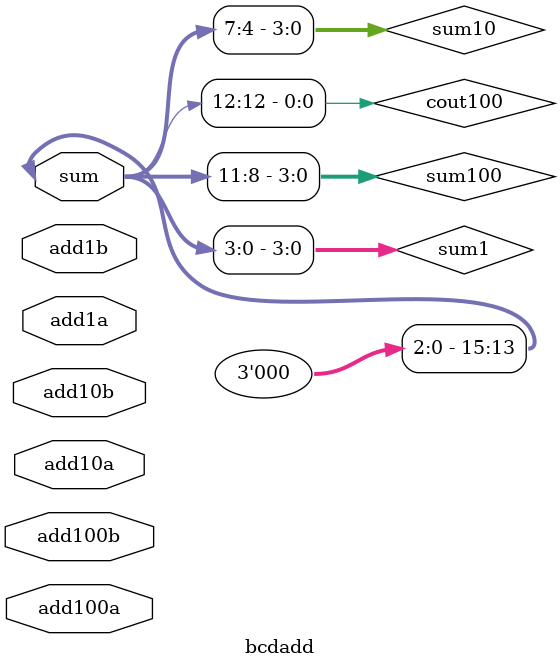
<source format=v>
module bcdadd (
    input wire [3:0] add1a,
    input wire [3:0] add1b,
    input wire [3:0] add10a,
    input wire [3:0] add10b,
    input wire [3:0] add100a,
    input wire [3:0] add100b,
    input wire [15:0] sum
);
    wire [3:0] sum1;
    wire [4:0] res1;
    wire cout1;
    assign res1 = add1a +add1b;
    assign {cout1,sum1} = (res1 > 5'b01001) ? (res1 + 4'b0110) : res1;

    wire [3:0] sum10;
    wire [4:0] res10;
    wire cout10;

    assign res10 = add10a + add10b + cout1;
    assign {cout10,sum10} = (res10 > 5'b01001) ? (res10 + 4'b0110) : res10;

    wire [3:0] sum100;
    wire [4:0] res100;
    wire cout100;
    assign res100 = add100a + add100b + cout10;
    assign {cout100,sum100} = (res100 > 5'b01001) ? (res100 + 4'b0110) : res100;

    assign sum = {3'b0,cout100,sum100,sum10,sum1};

endmodule //bcdadd

</source>
